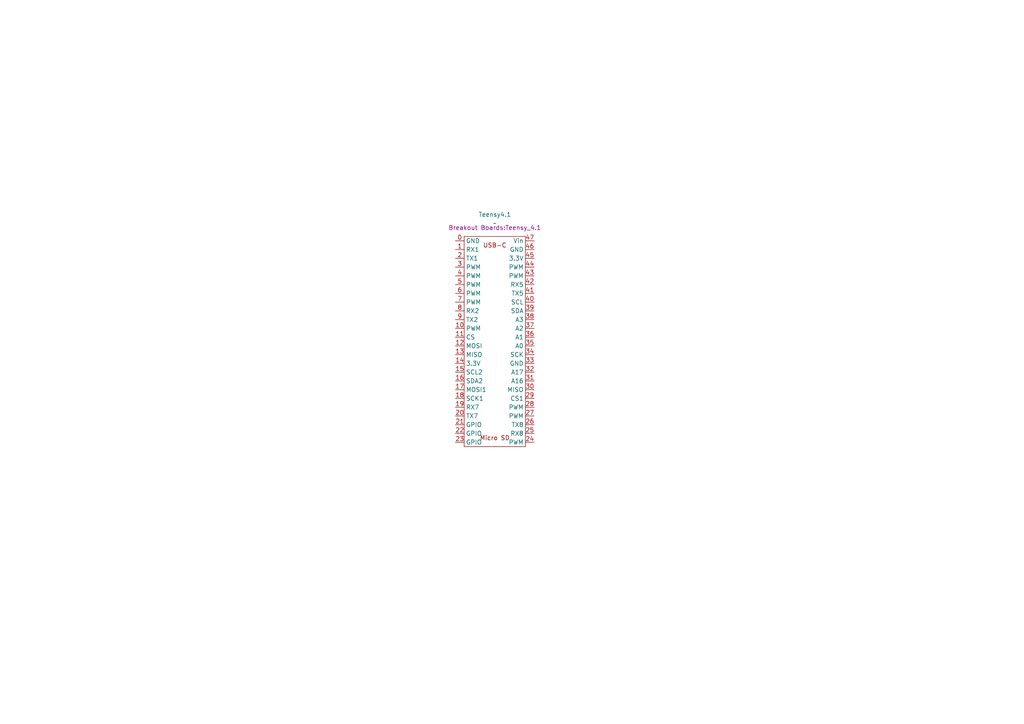
<source format=kicad_sch>
(kicad_sch (version 20231120) (generator "eeschema") (generator_version "8.0")
  (paper "A4")
  (lib_symbols
    (symbol "Breakout Boards:Teensy_4.1"
      (property "Reference" "Teensy4.1" (at 0 0 90))
      (property "Footprint" "Breakout Boards:Teensy_4.1" (at 0 0 0))
      (symbol "Teensy_4.1_0_1"
        (rectangle (start -8.89 30.48) (end 8.89 -30.48))
      )
      (symbol "Teensy_4.1_1_1"
        (text "Micro SD" (at 0 -27.94 0) (effects (font (size 1.27 1.27))))
        (text "USB-C" (at 0 27.94 0) (effects (font (size 1.27 1.27))))
        (pin input line (at -11.43 29.21 0) (length 2.54) (name "GND") (number "0"))
        (pin input line (at -11.43 26.67 0) (length 2.54) (name "RX1") (number "1"))
        (pin input line (at -11.43 3.81 0) (length 2.54) (name "PWM") (number "10"))
        (pin input line (at -11.43 1.27 0) (length 2.54) (name "CS") (number "11"))
        (pin input line (at -11.43 -1.27 0) (length 2.54) (name "MOSI") (number "12"))
        (pin input line (at -11.43 -3.81 0) (length 2.54) (name "MISO") (number "13"))
        (pin input line (at -11.43 -6.35 0) (length 2.54) (name "3.3V") (number "14"))
        (pin input line (at -11.43 -8.89 0) (length 2.54) (name "SCL2") (number "15"))
        (pin input line (at -11.43 -11.43 0) (length 2.54) (name "SDA2") (number "16"))
        (pin input line (at -11.43 -13.97 0) (length 2.54) (name "MOSI1") (number "17"))
        (pin input line (at -11.43 -16.51 0) (length 2.54) (name "SCK1") (number "18"))
        (pin input line (at -11.43 -19.05 0) (length 2.54) (name "RX7") (number "19"))
        (pin input line (at -11.43 24.13 0) (length 2.54) (name "TX1") (number "2"))
        (pin input line (at -11.43 -21.59 0) (length 2.54) (name "TX7") (number "20"))
        (pin input line (at -11.43 -24.13 0) (length 2.54) (name "GPIO") (number "21"))
        (pin input line (at -11.43 -26.67 0) (length 2.54) (name "GPIO") (number "22"))
        (pin input line (at -11.43 -29.21 0) (length 2.54) (name "GPIO") (number "23"))
        (pin input line (at 11.43 -29.21 180) (length 2.54) (name "PWM") (number "24"))
        (pin input line (at 11.43 -26.67 180) (length 2.54) (name "RX8") (number "25"))
        (pin input line (at 11.43 -24.13 180) (length 2.54) (name "TX8") (number "26"))
        (pin input line (at 11.43 -21.59 180) (length 2.54) (name "PWM") (number "27"))
        (pin input line (at 11.43 -19.05 180) (length 2.54) (name "PWM") (number "28"))
        (pin input line (at 11.43 -16.51 180) (length 2.54) (name "CS1") (number "29"))
        (pin input line (at -11.43 21.59 0) (length 2.54) (name "PWM") (number "3"))
        (pin input line (at 11.43 -13.97 180) (length 2.54) (name "MISO") (number "30"))
        (pin input line (at 11.43 -11.43 180) (length 2.54) (name "A16") (number "31"))
        (pin input line (at 11.43 -8.89 180) (length 2.54) (name "A17") (number "32"))
        (pin input line (at 11.43 -6.35 180) (length 2.54) (name "GND") (number "33"))
        (pin input line (at 11.43 -3.81 180) (length 2.54) (name "SCK") (number "34"))
        (pin input line (at 11.43 -1.27 180) (length 2.54) (name "A0") (number "35"))
        (pin input line (at 11.43 1.27 180) (length 2.54) (name "A1") (number "36"))
        (pin input line (at 11.43 3.81 180) (length 2.54) (name "A2") (number "37"))
        (pin input line (at 11.43 6.35 180) (length 2.54) (name "A3") (number "38"))
        (pin input line (at 11.43 8.89 180) (length 2.54) (name "SDA") (number "39"))
        (pin input line (at -11.43 19.05 0) (length 2.54) (name "PWM") (number "4"))
        (pin input line (at 11.43 11.43 180) (length 2.54) (name "SCL") (number "40"))
        (pin input line (at 11.43 13.97 180) (length 2.54) (name "TX5") (number "41"))
        (pin input line (at 11.43 16.51 180) (length 2.54) (name "RX5") (number "42"))
        (pin input line (at 11.43 19.05 180) (length 2.54) (name "PWM") (number "43"))
        (pin input line (at 11.43 21.59 180) (length 2.54) (name "PWM") (number "44"))
        (pin input line (at 11.43 24.13 180) (length 2.54) (name "3.3V") (number "45"))
        (pin input line (at 11.43 26.67 180) (length 2.54) (name "GND") (number "46"))
        (pin input line (at 11.43 29.21 180) (length 2.54) (name "Vin") (number "47"))
        (pin input line (at -11.43 16.51 0) (length 2.54) (name "PWM") (number "5"))
        (pin input line (at -11.43 13.97 0) (length 2.54) (name "PWM") (number "6"))
        (pin input line (at -11.43 11.43 0) (length 2.54) (name "PWM") (number "7"))
        (pin input line (at -11.43 8.89 0) (length 2.54) (name "RX2") (number "8"))
        (pin input line (at -11.43 6.35 0) (length 2.54) (name "TX2") (number "9"))
      )
    )
  )
  (symbol (lib_id "Breakout Boards:Teensy_4.1") (at 143.51 99.06 0) (unit 1)
    (property "Reference" "Teensy4.1" (at 143.51 62.23 0))
    (property "Value" "~" (at 143.51 64.77 0))
    (property "Footprint" "Breakout Boards:Teensy_4.1" (at 143.51 66.04 0))
  )
)
</source>
